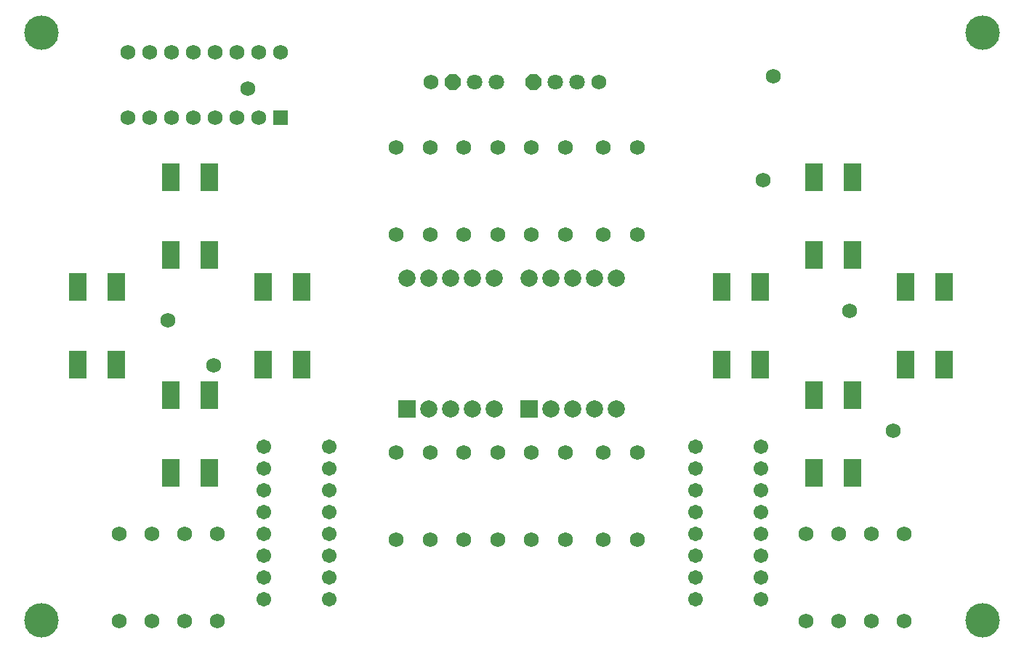
<source format=gts>
G04*
G04 #@! TF.GenerationSoftware,Altium Limited,CircuitMaker,2.2.1 (6)*
G04*
G04 Layer_Color=20142*
%FSLAX25Y25*%
%MOIN*%
G70*
G04*
G04 #@! TF.SameCoordinates,C7A46A66-803E-4EFA-A11E-2D709BABBFBD*
G04*
G04*
G04 #@! TF.FilePolarity,Negative*
G04*
G01*
G75*
%ADD12R,0.07887X0.12611*%
%ADD13C,0.06706*%
%ADD14R,0.07887X0.07887*%
%ADD15C,0.07887*%
%ADD16C,0.06800*%
%ADD17R,0.06800X0.06800*%
%ADD18C,0.07099*%
%ADD19P,0.07684X8X22.5*%
%ADD20C,0.15800*%
D12*
X571358Y276413D02*
D03*
X553642D02*
D03*
Y240587D02*
D03*
X571358D02*
D03*
X613458Y326000D02*
D03*
X595742D02*
D03*
Y290173D02*
D03*
X613458D02*
D03*
X529217Y326000D02*
D03*
X511500D02*
D03*
Y290173D02*
D03*
X529217D02*
D03*
X571358Y376327D02*
D03*
X553642D02*
D03*
Y340500D02*
D03*
X571358D02*
D03*
X276358Y276413D02*
D03*
X258642D02*
D03*
Y240587D02*
D03*
X276358D02*
D03*
Y376327D02*
D03*
X258642D02*
D03*
Y340500D02*
D03*
X276358D02*
D03*
X318717Y326000D02*
D03*
X301000D02*
D03*
Y290173D02*
D03*
X318717D02*
D03*
X233858Y326000D02*
D03*
X216142D02*
D03*
Y290173D02*
D03*
X233858D02*
D03*
D13*
X301500Y182500D02*
D03*
Y192500D02*
D03*
Y202500D02*
D03*
Y212500D02*
D03*
Y222500D02*
D03*
Y232500D02*
D03*
Y242500D02*
D03*
Y252500D02*
D03*
X331500Y182500D02*
D03*
Y192500D02*
D03*
Y202500D02*
D03*
Y212500D02*
D03*
Y222500D02*
D03*
Y232500D02*
D03*
Y242500D02*
D03*
Y252500D02*
D03*
X499500Y182500D02*
D03*
Y192500D02*
D03*
Y202500D02*
D03*
Y212500D02*
D03*
Y222500D02*
D03*
Y232500D02*
D03*
Y242500D02*
D03*
Y252500D02*
D03*
X529500Y182500D02*
D03*
Y192500D02*
D03*
Y202500D02*
D03*
Y212500D02*
D03*
Y222500D02*
D03*
Y232500D02*
D03*
Y242500D02*
D03*
Y252500D02*
D03*
D14*
X423100Y270000D02*
D03*
X367200D02*
D03*
D15*
X433100D02*
D03*
X443100D02*
D03*
X453100D02*
D03*
X463100D02*
D03*
Y330000D02*
D03*
X453100D02*
D03*
X443100D02*
D03*
X433100D02*
D03*
X423100D02*
D03*
X367200D02*
D03*
X377200D02*
D03*
X387200D02*
D03*
X397200D02*
D03*
X407200D02*
D03*
Y270000D02*
D03*
X397200D02*
D03*
X387200D02*
D03*
X377200D02*
D03*
D16*
X278500Y290000D02*
D03*
X595000Y212500D02*
D03*
Y172500D02*
D03*
X580000Y212500D02*
D03*
Y172500D02*
D03*
X565000Y212500D02*
D03*
Y172500D02*
D03*
X550000Y212500D02*
D03*
Y172500D02*
D03*
X294000Y417000D02*
D03*
X530500Y375000D02*
D03*
X257500Y310500D02*
D03*
X535000Y422500D02*
D03*
X570000Y315000D02*
D03*
X590000Y260000D02*
D03*
X299000Y403500D02*
D03*
X289000D02*
D03*
X279000D02*
D03*
X269000D02*
D03*
X259000D02*
D03*
X249000D02*
D03*
X239000D02*
D03*
Y433500D02*
D03*
X249000D02*
D03*
X259000D02*
D03*
X269000D02*
D03*
X279000D02*
D03*
X289000D02*
D03*
X299000D02*
D03*
X309000D02*
D03*
X378100Y420000D02*
D03*
X455000D02*
D03*
X424100Y390000D02*
D03*
Y350000D02*
D03*
X457100Y210000D02*
D03*
Y250000D02*
D03*
X362100Y390000D02*
D03*
Y350000D02*
D03*
X377600Y390000D02*
D03*
Y350000D02*
D03*
X393100Y390000D02*
D03*
Y350000D02*
D03*
X408600Y390000D02*
D03*
Y350000D02*
D03*
X439600Y390000D02*
D03*
Y350000D02*
D03*
X457100Y390000D02*
D03*
Y350000D02*
D03*
X472600Y390000D02*
D03*
Y350000D02*
D03*
Y250000D02*
D03*
Y210000D02*
D03*
X439600D02*
D03*
Y250000D02*
D03*
X424100Y210000D02*
D03*
Y250000D02*
D03*
X408600Y210000D02*
D03*
Y250000D02*
D03*
X393100Y210000D02*
D03*
Y250000D02*
D03*
X377600Y210000D02*
D03*
Y250000D02*
D03*
X362100Y210000D02*
D03*
Y250000D02*
D03*
X235000Y172500D02*
D03*
Y212500D02*
D03*
X250000Y172500D02*
D03*
Y212500D02*
D03*
X265000Y172500D02*
D03*
Y212500D02*
D03*
X280000Y172500D02*
D03*
Y212500D02*
D03*
D17*
X309000Y403500D02*
D03*
D18*
X408100Y420000D02*
D03*
X398100D02*
D03*
X445000D02*
D03*
X435000D02*
D03*
D19*
X388100D02*
D03*
X425000D02*
D03*
D20*
X199500Y173000D02*
D03*
X631000D02*
D03*
Y442500D02*
D03*
X199500D02*
D03*
M02*

</source>
